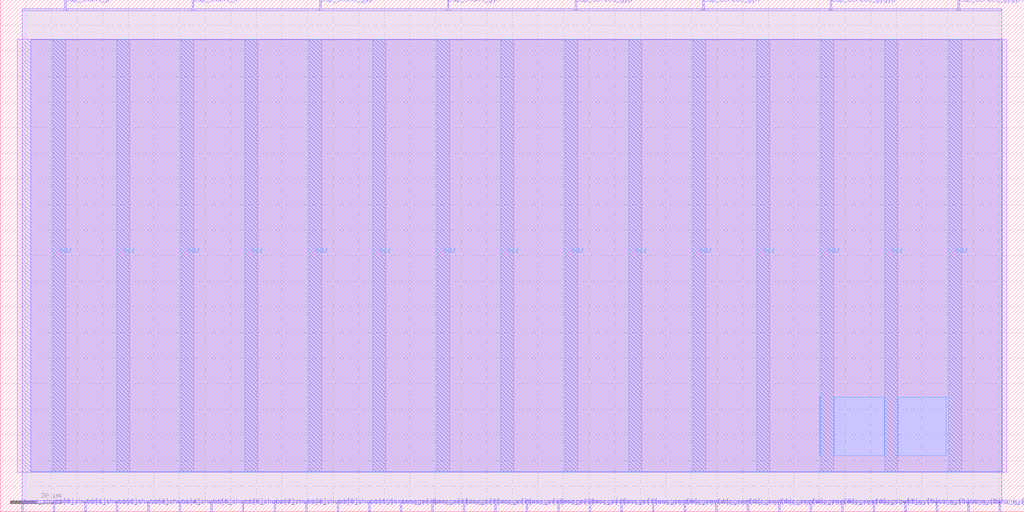
<source format=lef>
VERSION 5.7 ;
  NOWIREEXTENSIONATPIN ON ;
  DIVIDERCHAR "/" ;
  BUSBITCHARS "[]" ;
MACRO caparray_s2
  CLASS BLOCK ;
  FOREIGN caparray_s2 ;
  ORIGIN 0.000 0.000 ;
  SIZE 400.000 BY 200.000 ;
  PIN cap_series_gygyn
    DIRECTION INOUT ;
    USE SIGNAL ;
    PORT
      LAYER Metal2 ;
        RECT 374.080 196.000 374.640 200.000 ;
    END
  END cap_series_gygyn
  PIN cap_series_gygyp
    DIRECTION INOUT ;
    USE SIGNAL ;
    PORT
      LAYER Metal2 ;
        RECT 324.240 196.000 324.800 200.000 ;
    END
  END cap_series_gygyp
  PIN cap_series_gyn
    DIRECTION INOUT ;
    USE SIGNAL ;
    PORT
      LAYER Metal2 ;
        RECT 274.400 196.000 274.960 200.000 ;
    END
  END cap_series_gyn
  PIN cap_series_gyp
    DIRECTION INOUT ;
    USE SIGNAL ;
    PORT
      LAYER Metal2 ;
        RECT 224.560 196.000 225.120 200.000 ;
    END
  END cap_series_gyp
  PIN cap_shunt_gyn
    DIRECTION INOUT ;
    USE SIGNAL ;
    PORT
      LAYER Metal2 ;
        RECT 174.720 196.000 175.280 200.000 ;
    END
  END cap_shunt_gyn
  PIN cap_shunt_gyp
    DIRECTION INOUT ;
    USE SIGNAL ;
    PORT
      LAYER Metal2 ;
        RECT 124.880 196.000 125.440 200.000 ;
    END
  END cap_shunt_gyp
  PIN cap_shunt_n
    DIRECTION INOUT ;
    USE SIGNAL ;
    PORT
      LAYER Metal2 ;
        RECT 75.040 196.000 75.600 200.000 ;
    END
  END cap_shunt_n
  PIN cap_shunt_p
    DIRECTION INOUT ;
    USE SIGNAL ;
    PORT
      LAYER Metal2 ;
        RECT 25.200 196.000 25.760 200.000 ;
    END
  END cap_shunt_p
  PIN tune_series_gy[0]
    DIRECTION INPUT ;
    USE SIGNAL ;
    PORT
      LAYER Metal2 ;
        RECT 143.920 0.000 144.480 4.000 ;
    END
  END tune_series_gy[0]
  PIN tune_series_gy[1]
    DIRECTION INPUT ;
    USE SIGNAL ;
    PORT
      LAYER Metal2 ;
        RECT 156.240 0.000 156.800 4.000 ;
    END
  END tune_series_gy[1]
  PIN tune_series_gy[2]
    DIRECTION INPUT ;
    USE SIGNAL ;
    PORT
      LAYER Metal2 ;
        RECT 168.560 0.000 169.120 4.000 ;
    END
  END tune_series_gy[2]
  PIN tune_series_gy[3]
    DIRECTION INPUT ;
    USE SIGNAL ;
    PORT
      LAYER Metal2 ;
        RECT 180.880 0.000 181.440 4.000 ;
    END
  END tune_series_gy[3]
  PIN tune_series_gy[4]
    DIRECTION INPUT ;
    USE SIGNAL ;
    PORT
      LAYER Metal2 ;
        RECT 193.200 0.000 193.760 4.000 ;
    END
  END tune_series_gy[4]
  PIN tune_series_gy[5]
    DIRECTION INPUT ;
    USE SIGNAL ;
    PORT
      LAYER Metal2 ;
        RECT 205.520 0.000 206.080 4.000 ;
    END
  END tune_series_gy[5]
  PIN tune_series_gy[6]
    DIRECTION INPUT ;
    USE SIGNAL ;
    PORT
      LAYER Metal2 ;
        RECT 217.840 0.000 218.400 4.000 ;
    END
  END tune_series_gy[6]
  PIN tune_series_gy[7]
    DIRECTION INPUT ;
    USE SIGNAL ;
    PORT
      LAYER Metal2 ;
        RECT 230.160 0.000 230.720 4.000 ;
    END
  END tune_series_gy[7]
  PIN tune_series_gygy[0]
    DIRECTION INPUT ;
    USE SIGNAL ;
    PORT
      LAYER Metal2 ;
        RECT 242.480 0.000 243.040 4.000 ;
    END
  END tune_series_gygy[0]
  PIN tune_series_gygy[1]
    DIRECTION INPUT ;
    USE SIGNAL ;
    PORT
      LAYER Metal2 ;
        RECT 254.800 0.000 255.360 4.000 ;
    END
  END tune_series_gygy[1]
  PIN tune_series_gygy[2]
    DIRECTION INPUT ;
    USE SIGNAL ;
    PORT
      LAYER Metal2 ;
        RECT 267.120 0.000 267.680 4.000 ;
    END
  END tune_series_gygy[2]
  PIN tune_series_gygy[3]
    DIRECTION INPUT ;
    USE SIGNAL ;
    PORT
      LAYER Metal2 ;
        RECT 279.440 0.000 280.000 4.000 ;
    END
  END tune_series_gygy[3]
  PIN tune_series_gygy[4]
    DIRECTION INPUT ;
    USE SIGNAL ;
    PORT
      LAYER Metal2 ;
        RECT 291.760 0.000 292.320 4.000 ;
    END
  END tune_series_gygy[4]
  PIN tune_series_gygy[5]
    DIRECTION INPUT ;
    USE SIGNAL ;
    PORT
      LAYER Metal2 ;
        RECT 304.080 0.000 304.640 4.000 ;
    END
  END tune_series_gygy[5]
  PIN tune_series_gygy[6]
    DIRECTION INPUT ;
    USE SIGNAL ;
    PORT
      LAYER Metal2 ;
        RECT 316.400 0.000 316.960 4.000 ;
    END
  END tune_series_gygy[6]
  PIN tune_series_gygy[7]
    DIRECTION INPUT ;
    USE SIGNAL ;
    PORT
      LAYER Metal2 ;
        RECT 328.720 0.000 329.280 4.000 ;
    END
  END tune_series_gygy[7]
  PIN tune_shunt[0]
    DIRECTION INPUT ;
    USE SIGNAL ;
    PORT
      LAYER Metal2 ;
        RECT 8.400 0.000 8.960 4.000 ;
    END
  END tune_shunt[0]
  PIN tune_shunt[10]
    DIRECTION INPUT ;
    USE SIGNAL ;
    PORT
      LAYER Metal2 ;
        RECT 131.600 0.000 132.160 4.000 ;
    END
  END tune_shunt[10]
  PIN tune_shunt[1]
    DIRECTION INPUT ;
    USE SIGNAL ;
    PORT
      LAYER Metal2 ;
        RECT 20.720 0.000 21.280 4.000 ;
    END
  END tune_shunt[1]
  PIN tune_shunt[2]
    DIRECTION INPUT ;
    USE SIGNAL ;
    PORT
      LAYER Metal2 ;
        RECT 33.040 0.000 33.600 4.000 ;
    END
  END tune_shunt[2]
  PIN tune_shunt[3]
    DIRECTION INPUT ;
    USE SIGNAL ;
    PORT
      LAYER Metal2 ;
        RECT 45.360 0.000 45.920 4.000 ;
    END
  END tune_shunt[3]
  PIN tune_shunt[4]
    DIRECTION INPUT ;
    USE SIGNAL ;
    PORT
      LAYER Metal2 ;
        RECT 57.680 0.000 58.240 4.000 ;
    END
  END tune_shunt[4]
  PIN tune_shunt[5]
    DIRECTION INPUT ;
    USE SIGNAL ;
    PORT
      LAYER Metal2 ;
        RECT 70.000 0.000 70.560 4.000 ;
    END
  END tune_shunt[5]
  PIN tune_shunt[6]
    DIRECTION INPUT ;
    USE SIGNAL ;
    PORT
      LAYER Metal2 ;
        RECT 82.320 0.000 82.880 4.000 ;
    END
  END tune_shunt[6]
  PIN tune_shunt[7]
    DIRECTION INPUT ;
    USE SIGNAL ;
    PORT
      LAYER Metal2 ;
        RECT 94.640 0.000 95.200 4.000 ;
    END
  END tune_shunt[7]
  PIN tune_shunt[8]
    DIRECTION INPUT ;
    USE SIGNAL ;
    PORT
      LAYER Metal2 ;
        RECT 106.960 0.000 107.520 4.000 ;
    END
  END tune_shunt[8]
  PIN tune_shunt[9]
    DIRECTION INPUT ;
    USE SIGNAL ;
    PORT
      LAYER Metal2 ;
        RECT 119.280 0.000 119.840 4.000 ;
    END
  END tune_shunt[9]
  PIN tune_shunt_gy[0]
    DIRECTION INPUT ;
    USE SIGNAL ;
    PORT
      LAYER Metal2 ;
        RECT 341.040 0.000 341.600 4.000 ;
    END
  END tune_shunt_gy[0]
  PIN tune_shunt_gy[1]
    DIRECTION INPUT ;
    USE SIGNAL ;
    PORT
      LAYER Metal2 ;
        RECT 353.360 0.000 353.920 4.000 ;
    END
  END tune_shunt_gy[1]
  PIN tune_shunt_gy[2]
    DIRECTION INPUT ;
    USE SIGNAL ;
    PORT
      LAYER Metal2 ;
        RECT 365.680 0.000 366.240 4.000 ;
    END
  END tune_shunt_gy[2]
  PIN tune_shunt_gy[3]
    DIRECTION INPUT ;
    USE SIGNAL ;
    PORT
      LAYER Metal2 ;
        RECT 378.000 0.000 378.560 4.000 ;
    END
  END tune_shunt_gy[3]
  PIN tune_shunt_gy[4]
    DIRECTION INPUT ;
    USE SIGNAL ;
    PORT
      LAYER Metal2 ;
        RECT 390.320 0.000 390.880 4.000 ;
    END
  END tune_shunt_gy[4]
  PIN vdd
    DIRECTION INOUT ;
    USE POWER ;
    PORT
      LAYER Metal4 ;
        RECT 20.540 15.380 25.540 184.540 ;
    END
    PORT
      LAYER Metal4 ;
        RECT 70.540 15.380 75.540 184.540 ;
    END
    PORT
      LAYER Metal4 ;
        RECT 120.540 15.380 125.540 184.540 ;
    END
    PORT
      LAYER Metal4 ;
        RECT 170.540 15.380 175.540 184.540 ;
    END
    PORT
      LAYER Metal4 ;
        RECT 220.540 15.380 225.540 184.540 ;
    END
    PORT
      LAYER Metal4 ;
        RECT 270.540 15.380 275.540 184.540 ;
    END
    PORT
      LAYER Metal4 ;
        RECT 320.540 15.380 325.540 184.540 ;
    END
    PORT
      LAYER Metal4 ;
        RECT 370.540 15.380 375.540 184.540 ;
    END
  END vdd
  PIN vss
    DIRECTION INOUT ;
    USE GROUND ;
    PORT
      LAYER Metal4 ;
        RECT 45.540 15.380 50.540 184.540 ;
    END
    PORT
      LAYER Metal4 ;
        RECT 95.540 15.380 100.540 184.540 ;
    END
    PORT
      LAYER Metal4 ;
        RECT 145.540 15.380 150.540 184.540 ;
    END
    PORT
      LAYER Metal4 ;
        RECT 195.540 15.380 200.540 184.540 ;
    END
    PORT
      LAYER Metal4 ;
        RECT 245.540 15.380 250.540 184.540 ;
    END
    PORT
      LAYER Metal4 ;
        RECT 295.540 15.380 300.540 184.540 ;
    END
    PORT
      LAYER Metal4 ;
        RECT 345.540 15.380 350.540 184.540 ;
    END
  END vss
  OBS
      LAYER Metal1 ;
        RECT 6.720 15.380 393.120 184.540 ;
      LAYER Metal2 ;
        RECT 8.540 195.700 24.900 196.420 ;
        RECT 26.060 195.700 74.740 196.420 ;
        RECT 75.900 195.700 124.580 196.420 ;
        RECT 125.740 195.700 174.420 196.420 ;
        RECT 175.580 195.700 224.260 196.420 ;
        RECT 225.420 195.700 274.100 196.420 ;
        RECT 275.260 195.700 323.940 196.420 ;
        RECT 325.100 195.700 373.780 196.420 ;
        RECT 374.940 195.700 391.300 196.420 ;
        RECT 8.540 4.300 391.300 195.700 ;
        RECT 9.260 3.500 20.420 4.300 ;
        RECT 21.580 3.500 32.740 4.300 ;
        RECT 33.900 3.500 45.060 4.300 ;
        RECT 46.220 3.500 57.380 4.300 ;
        RECT 58.540 3.500 69.700 4.300 ;
        RECT 70.860 3.500 82.020 4.300 ;
        RECT 83.180 3.500 94.340 4.300 ;
        RECT 95.500 3.500 106.660 4.300 ;
        RECT 107.820 3.500 118.980 4.300 ;
        RECT 120.140 3.500 131.300 4.300 ;
        RECT 132.460 3.500 143.620 4.300 ;
        RECT 144.780 3.500 155.940 4.300 ;
        RECT 157.100 3.500 168.260 4.300 ;
        RECT 169.420 3.500 180.580 4.300 ;
        RECT 181.740 3.500 192.900 4.300 ;
        RECT 194.060 3.500 205.220 4.300 ;
        RECT 206.380 3.500 217.540 4.300 ;
        RECT 218.700 3.500 229.860 4.300 ;
        RECT 231.020 3.500 242.180 4.300 ;
        RECT 243.340 3.500 254.500 4.300 ;
        RECT 255.660 3.500 266.820 4.300 ;
        RECT 267.980 3.500 279.140 4.300 ;
        RECT 280.300 3.500 291.460 4.300 ;
        RECT 292.620 3.500 303.780 4.300 ;
        RECT 304.940 3.500 316.100 4.300 ;
        RECT 317.260 3.500 328.420 4.300 ;
        RECT 329.580 3.500 340.740 4.300 ;
        RECT 341.900 3.500 353.060 4.300 ;
        RECT 354.220 3.500 365.380 4.300 ;
        RECT 366.540 3.500 377.700 4.300 ;
        RECT 378.860 3.500 390.020 4.300 ;
        RECT 391.180 3.500 391.300 4.300 ;
      LAYER Metal3 ;
        RECT 11.850 15.540 391.350 184.380 ;
      LAYER Metal4 ;
        RECT 319.900 21.930 320.240 44.710 ;
        RECT 325.840 21.930 345.240 44.710 ;
        RECT 350.840 21.930 369.460 44.710 ;
  END
END caparray_s2
END LIBRARY


</source>
